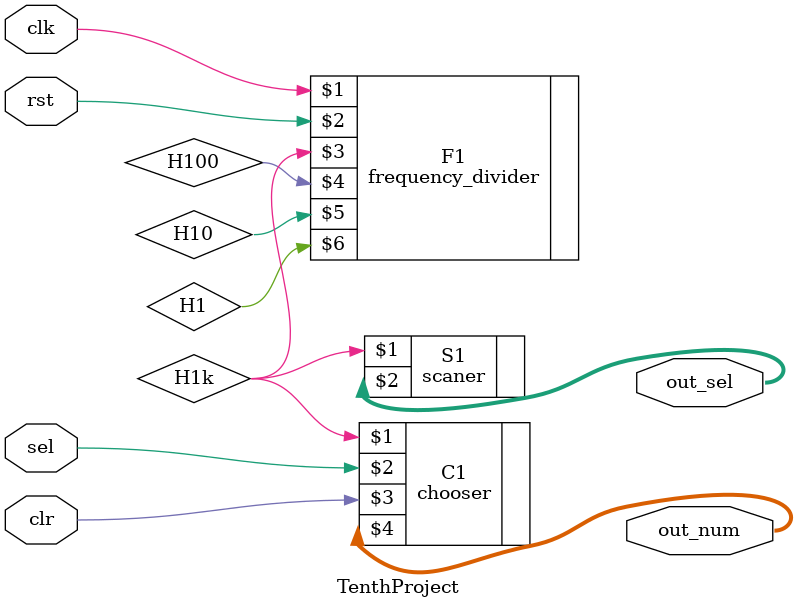
<source format=v>
module TenthProject(clk,sel,rst,clr,out_sel,out_num);
	input clk,sel,rst,clr;
	output [7:0] out_sel;
	output [7:0] out_num;
	wire H1k,H100,H10,H1,num;
	
	frequency_divider F1 (clk,rst,H1k,H100,H10,H1);
	scaner S1 (H1k,out_sel);
	chooser C1 (H1k,sel,clr,out_num);
endmodule

</source>
